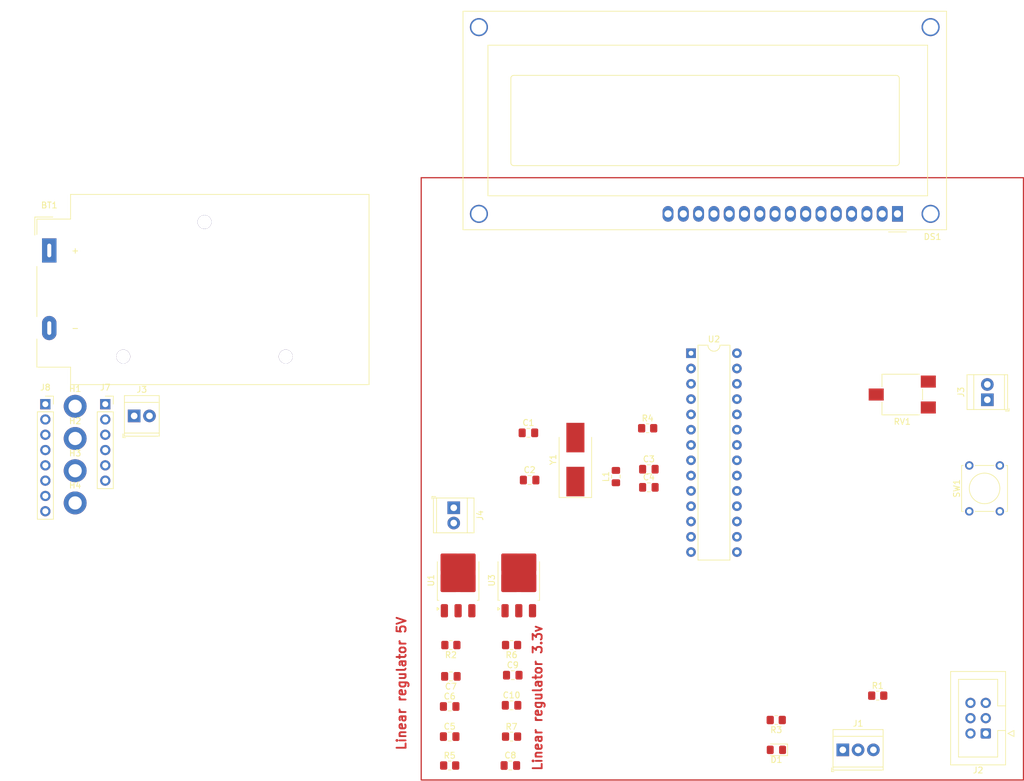
<source format=kicad_pcb>
(kicad_pcb (version 20240108) (generator "pcbnew") (generator_version "8.0")
  (layers (0 "F.Cu" signal) (31 "B.Cu" signal) (34 "B.Paste" user) (35 "F.Paste" user) (36 "B.SilkS" user "B.Silkscreen") (37 "F.SilkS" user "F.Silkscreen") (38 "B.Mask" user) (39 "F.Mask" user) (44 "Edge.Cuts" user))
  (net 0 "")
  (net 1 "GND")
  (net 2 "9V")
  (net 3 "XTAL1")
  (net 4 "XTAL2")
  (net 5 "5V")
  (net 6 "Net-(U2-AVCC)")
  (net 7 "Net-(U1-GND)")
  (net 8 "Net-(U3-GND)")
  (net 9 "3.3V")
  (net 10 "Net-(D1-A)")
  (net 11 "+3.3V")
  (net 12 "+5V")
  (net 13 "MISD")
  (net 14 "RESET")
  (net 15 "MOSI")
  (net 16 "SCK")
  (net 17 "SpeedoSignal")
  (net 18 "TXD")
  (net 19 "A5")
  (net 21 "MOS1")
  (net 22 "A1")
  (net 24 "A0")
  (net 25 "A4")
  (net 27 "A2")
  (net 28 "A3")
  (net 30 "D4")
  (net 31 "RXD")
  (net 32 "MISO")
  (net 33 "D7")
  (net 34 "D2")
  (net 35 "D5")
  (net 36 "D3")
  (net 40 "PD3{slash}PB1")
  (net 41 "PD2{slash}PB0")
  (net 45 "Net-(DS1-VO)")
  (net 46 "Net-(DS1-LED(+))")
  (footprint "Capacitor_SMD:C_0805_2012Metric_Pad1.18x1.45mm_HandSolder" (layer "F.Cu") (at 104.725 127.6)
    (property "Reference" "C6" (at 0 -1.68 0) (layer "F.SilkS"))
    (property "Value" "10uF")
    (fp_line (start -0.261252 -0.735) (end 0.261252 -0.735) (stroke (width 0.12)) (layer "F.SilkS"))
    (fp_line (start -0.261252 0.735) (end 0.261252 0.735) (stroke (width 0.12)) (layer "F.SilkS"))
    (pad "1" smd roundrect (at -1.0375 0) (size 1.175 1.45) (layers "F.Cu" "F.Paste" "F.Mask") (roundrect_rratio 0.212766) (net 7 "Net-(U1-GND)"))
    (pad "2" smd roundrect (at 1.0375 0) (size 1.175 1.45) (layers "F.Cu" "F.Paste" "F.Mask") (roundrect_rratio 0.212766) (net 1 "GND"))
  )
  (footprint "Package_TO_SOT_SMD:TO-252-3_TabPin2" (layer "F.Cu") (at 116.2 106.66 90)
    (property "Reference" "U3" (at 0 -4.5 90) (layer "F.SilkS"))
    (property "Value" "LM1117DT-3.3")
    (fp_line (start 3.11 -3.45) (end -3.31 -3.45) (stroke (width 0.12)) (layer "F.SilkS"))
    (fp_line (start -3.31 -3.45) (end -3.31 -3.18) (stroke (width 0.12)) (layer "F.SilkS"))
    (fp_line (start 3.11 3.45) (end -3.31 3.45) (stroke (width 0.12)) (layer "F.SilkS"))
    (fp_line (start -3.31 3.45) (end -3.31 3.18) (stroke (width 0.12)) (layer "F.SilkS"))
    (fp_poly (pts (xy -4.725 -3.16) (xy -4.965 -3.49) (xy -4.485 -3.49) (xy -4.725 -3.16)) (stroke (width 0.12)) (fill solid) (layer "F.SilkS"))
    (pad "1" smd roundrect (at -5.04 -2.28 90) (size 2.2 1.2) (layers "F.Cu" "F.Paste" "F.Mask") (roundrect_rratio 0.208333) (net 1 "GND"))
    (pad "2" smd roundrect (at -5.04 0 90) (size 2.2 1.2) (layers "F.Cu" "F.Paste" "F.Mask") (roundrect_rratio 0.208333) (net 9 "3.3V"))
    (pad "2" smd roundrect (at -0.415 -1.525 90) (size 3.05 2.75) (layers "F.Cu" "F.Paste") (roundrect_rratio 0.090909) (net 9 "3.3V"))
    (pad "2" smd roundrect (at -0.415 1.525 90) (size 3.05 2.75) (layers "F.Cu" "F.Paste") (roundrect_rratio 0.090909) (net 9 "3.3V"))
    (pad "2" smd roundrect (at 1.26 0 90) (size 6.4 5.8) (layers "F.Cu" "F.Mask") (roundrect_rratio 0.043103) (net 9 "3.3V"))
    (pad "2" smd roundrect (at 2.935 -1.525 90) (size 3.05 2.75) (layers "F.Cu" "F.Paste") (roundrect_rratio 0.090909) (net 9 "3.3V"))
    (pad "2" smd roundrect (at 2.935 1.525 90) (size 3.05 2.75) (layers "F.Cu" "F.Paste") (roundrect_rratio 0.090909) (net 9 "3.3V"))
    (pad "3" smd roundrect (at -5.04 2.28 90) (size 2.2 1.2) (layers "F.Cu" "F.Paste" "F.Mask") (roundrect_rratio 0.208333) (net 2 "9V"))
  )
  (footprint "Capacitor_SMD:C_0805_2012Metric_Pad1.18x1.45mm_HandSolder" (layer "F.Cu") (at 115.2 122.4)
    (property "Reference" "C9" (at 0 -1.68 0) (layer "F.SilkS"))
    (property "Value" "10uF")
    (fp_line (start -0.261252 -0.735) (end 0.261252 -0.735) (stroke (width 0.12)) (layer "F.SilkS"))
    (fp_line (start -0.261252 0.735) (end 0.261252 0.735) (stroke (width 0.12)) (layer "F.SilkS"))
    (pad "1" smd roundrect (at -1.0375 0) (size 1.175 1.45) (layers "F.Cu" "F.Paste" "F.Mask") (roundrect_rratio 0.212766) (net 8 "Net-(U3-GND)"))
    (pad "2" smd roundrect (at 1.0375 0) (size 1.175 1.45) (layers "F.Cu" "F.Paste" "F.Mask") (roundrect_rratio 0.212766) (net 1 "GND"))
  )
  (footprint "Resistor_SMD:R_0805_2012Metric_Pad1.20x1.40mm_HandSolder" (layer "F.Cu") (at 175.8 125.8)
    (property "Reference" "R1" (at 0 -1.65 0) (layer "F.SilkS"))
    (property "Value" "100k")
    (fp_line (start -0.227064 -0.735) (end 0.227064 -0.735) (stroke (width 0.12)) (layer "F.SilkS"))
    (fp_line (start -0.227064 0.735) (end 0.227064 0.735) (stroke (width 0.12)) (layer "F.SilkS"))
    (pad "1" smd roundrect (at -1 0) (size 1.2 1.4) (layers "F.Cu" "F.Paste" "F.Mask") (roundrect_rratio 0.208333) (net 12 "+5V"))
    (pad "2" smd roundrect (at 1 0) (size 1.2 1.4) (layers "F.Cu" "F.Paste" "F.Mask") (roundrect_rratio 0.208333) (net 14 "RESET"))
  )
  (footprint "TerminalBlock_TE-Connectivity:TerminalBlock_TE_282834-2_1x02_P2.54mm_Horizontal" (layer "F.Cu") (at 194 76.67 90)
    (property "Reference" "J3" (at 1.27 -4.37 90) (layer "F.SilkS"))
    (property "Value" "Screw_Terminal")
    (fp_line (start 4.16 -3.37) (end 4.16 3.37) (stroke (width 0.12)) (layer "F.SilkS"))
    (fp_line (start -1.62 -3.37) (end 4.16 -3.37) (stroke (width 0.12)) (layer "F.SilkS"))
    (fp_line (start -1.62 -3.37) (end -1.62 3.37) (stroke (width 0.12)) (layer "F.SilkS"))
    (fp_line (start -1.62 -2.25) (end 4.16 -2.25) (stroke (width 0.12)) (layer "F.SilkS"))
    (fp_line (start -1.62 2.85) (end 4.16 2.85) (stroke (width 0.12)) (layer "F.SilkS"))
    (fp_line (start -1.86 2.97) (end -1.86 3.61) (stroke (width 0.12)) (layer "F.SilkS"))
    (fp_line (start -1.62 3.37) (end 4.16 3.37) (stroke (width 0.12)) (layer "F.SilkS"))
    (fp_line (start -1.86 3.61) (end -1.46 3.61) (stroke (width 0.12)) (layer "F.SilkS"))
    (pad "1" thru_hole rect (at 0 0 90) (size 2.1 2.1) (drill 1.1) (layers "*.Cu" "*.Mask") (net 9 "3.3V"))
    (pad "2" thru_hole circle (at 2.54 0 90) (size 2.1 2.1) (drill 1.1) (layers "*.Cu" "*.Mask") (net 1 "GND"))
  )
  (footprint "Connector_IDC:IDC-Header_2x03_P2.54mm_Vertical" (layer "F.Cu") (at 193.74 132.08 180)
    (property "Reference" "J2" (at 1.27 -6.1 0) (layer "F.SilkS"))
    (property "Value" "AVR-ISP-6")
    (fp_line (start 5.83 10.29) (end -3.29 10.29) (stroke (width 0.12)) (layer "F.SilkS"))
    (fp_line (start 5.83 -5.21) (end 5.83 10.29) (stroke (width 0.12)) (layer "F.SilkS"))
    (fp_line (start 4.52 8.99) (end -1.98 8.99) (stroke (width 0.12)) (layer "F.SilkS"))
    (fp_line (start 4.52 -3.91) (end 4.52 8.99) (stroke (width 0.12)) (layer "F.SilkS"))
    (fp_line (start -1.98 8.99) (end -1.98 4.59) (stroke (width 0.12)) (layer "F.SilkS"))
    (fp_line (start -1.98 4.59) (end -1.98 4.59) (stroke (width 0.12)) (layer "F.SilkS"))
    (fp_line (start -1.98 4.59) (end -3.29 4.59) (stroke (width 0.12)) (layer "F.SilkS"))
    (fp_line (start -1.98 0.49) (end -1.98 -3.91) (stroke (width 0.12)) (layer "F.SilkS"))
    (fp_line (start -1.98 -3.91) (end 4.52 -3.91) (stroke (width 0.12)) (layer "F.SilkS"))
    (fp_line (start -3.29 10.29) (end -3.29 -5.21) (stroke (width 0.12)) (layer "F.SilkS"))
    (fp_line (start -3.29 0.49) (end -1.98 0.49) (stroke (width 0.12)) (layer "F.SilkS"))
    (fp_line (start -3.29 -5.21) (end 5.83 -5.21) (stroke (width 0.12)) (layer "F.SilkS"))
    (fp_line (start -3.68 0) (end -4.68 -0.5) (stroke (width 0.12)) (layer "F.SilkS"))
    (fp_line (start -4.68 0.5) (end -3.68 0) (stroke (width 0.12)) (layer "F.SilkS"))
    (fp_line (start -4.68 -0.5) (end -4.68 0.5) (stroke (width 0.12)) (layer "F.SilkS"))
    (pad "1" thru_hole roundrect (at 0 0 180) (size 1.7 1.7) (drill 1) (layers "*.Cu" "*.Mask") (roundrect_rratio 0.147059) (net 13 "MISD"))
    (pad "2" thru_hole circle (at 2.54 0 180) (size 1.7 1.7) (drill 1) (layers "*.Cu" "*.Mask") (net 12 "+5V"))
    (pad "3" thru_hole circle (at 0 2.54 180) (size 1.7 1.7) (drill 1) (layers "*.Cu" "*.Mask") (net 16 "SCK"))
    (pad "4" thru_hole circle (at 2.54 2.54 180) (size 1.7 1.7) (drill 1) (layers "*.Cu" "*.Mask") (net 15 "MOSI"))
    (pad "5" thru_hole circle (at 0 5.08 180) (size 1.7 1.7) (drill 1) (layers "*.Cu" "*.Mask") (net 14 "RESET"))
    (pad "6" thru_hole circle (at 2.54 5.08 180) (size 1.7 1.7) (drill 1) (layers "*.Cu" "*.Mask") (net 1 "GND"))
  )
  (footprint "Resistor_SMD:R_0805_2012Metric_Pad1.20x1.40mm_HandSolder" (layer "F.Cu") (at 115 132.6)
    (property "Reference" "R7" (at 0 -1.65 0) (layer "F.SilkS"))
    (property "Value" "1.64k")
    (fp_line (start -0.227064 -0.735) (end 0.227064 -0.735) (stroke (width 0.12)) (layer "F.SilkS"))
    (fp_line (start -0.227064 0.735) (end 0.227064 0.735) (stroke (width 0.12)) (layer "F.SilkS"))
    (pad "1" smd roundrect (at -1 0) (size 1.2 1.4) (layers "F.Cu" "F.Paste" "F.Mask") (roundrect_rratio 0.208333) (net 1 "GND"))
    (pad "2" smd roundrect (at 1 0) (size 1.2 1.4) (layers "F.Cu" "F.Paste" "F.Mask") (roundrect_rratio 0.208333) (net 1 "GND"))
  )
  (footprint "Resistor_SMD:R_0805_2012Metric_Pad1.20x1.40mm_HandSolder" (layer "F.Cu") (at 158.95 129.845 180)
    (property "Reference" "R3" (at 0 -1.65 0) (layer "F.SilkS"))
    (property "Value" "330")
    (fp_line (start -0.227064 0.735) (end 0.227064 0.735) (stroke (width 0.12)) (layer "F.SilkS"))
    (fp_line (start -0.227064 -0.735) (end 0.227064 -0.735) (stroke (width 0.12)) (layer "F.SilkS"))
    (pad "1" smd roundrect (at -1 0 180) (size 1.2 1.4) (layers "F.Cu" "F.Paste" "F.Mask") (roundrect_rratio 0.208333) (net 12 "+5V"))
    (pad "2" smd roundrect (at 1 0 180) (size 1.2 1.4) (layers "F.Cu" "F.Paste" "F.Mask") (roundrect_rratio 0.208333) (net 10 "Net-(D1-A)"))
  )
  (footprint "Capacitor_SMD:C_0805_2012Metric_Pad1.18x1.45mm_HandSolder" (layer "F.Cu") (at 137.8 88.2)
    (property "Reference" "C3" (at 0 -1.68 0) (layer "F.SilkS"))
    (property "Value" "0.1uF")
    (fp_line (start -0.261252 -0.735) (end 0.261252 -0.735) (stroke (width 0.12)) (layer "F.SilkS"))
    (fp_line (start -0.261252 0.735) (end 0.261252 0.735) (stroke (width 0.12)) (layer "F.SilkS"))
    (pad "1" smd roundrect (at -1.0375 0) (size 1.175 1.45) (layers "F.Cu" "F.Paste" "F.Mask") (roundrect_rratio 0.212766) (net 5 "5V"))
    (pad "2" smd roundrect (at 1.0375 0) (size 1.175 1.45) (layers "F.Cu" "F.Paste" "F.Mask") (roundrect_rratio 0.212766) (net 1 "GND"))
  )
  (footprint "Capacitor_SMD:C_0805_2012Metric_Pad1.18x1.45mm_HandSolder" (layer "F.Cu") (at 115 127.4)
    (property "Reference" "C10" (at 0 -1.68 0) (layer "F.SilkS"))
    (property "Value" "100uF")
    (fp_line (start -0.261252 -0.735) (end 0.261252 -0.735) (stroke (width 0.12)) (layer "F.SilkS"))
    (fp_line (start -0.261252 0.735) (end 0.261252 0.735) (stroke (width 0.12)) (layer "F.SilkS"))
    (pad "1" smd roundrect (at -1.0375 0) (size 1.175 1.45) (layers "F.Cu" "F.Paste" "F.Mask") (roundrect_rratio 0.212766) (net 9 "3.3V"))
    (pad "2" smd roundrect (at 1.0375 0) (size 1.175 1.45) (layers "F.Cu" "F.Paste" "F.Mask") (roundrect_rratio 0.212766) (net 1 "GND"))
  )
  (footprint "Capacitor_SMD:C_0805_2012Metric_Pad1.18x1.45mm_HandSolder" (layer "F.Cu") (at 104.725 132.6)
    (property "Reference" "C5" (at 0 -1.68 0) (layer "F.SilkS"))
    (property "Value" "10uF")
    (fp_line (start -0.261252 -0.735) (end 0.261252 -0.735) (stroke (width 0.12)) (layer "F.SilkS"))
    (fp_line (start -0.261252 0.735) (end 0.261252 0.735) (stroke (width 0.12)) (layer "F.SilkS"))
    (pad "1" smd roundrect (at -1.0375 0) (size 1.175 1.45) (layers "F.Cu" "F.Paste" "F.Mask") (roundrect_rratio 0.212766) (net 2 "9V"))
    (pad "2" smd roundrect (at 1.0375 0) (size 1.175 1.45) (layers "F.Cu" "F.Paste" "F.Mask") (roundrect_rratio 0.212766) (net 1 "GND"))
  )
  (footprint "TerminalBlock_TE-Connectivity:TerminalBlock_TE_282834-2_1x02_P2.54mm_Horizontal" (layer "F.Cu") (at 105.4 94.6 -90)
    (property "Reference" "J4" (at 1.27 -4.37 90) (layer "F.SilkS"))
    (property "Value" "Screw_Terminal")
    (fp_line (start -1.86 3.61) (end -1.46 3.61) (stroke (width 0.12)) (layer "F.SilkS"))
    (fp_line (start -1.62 3.37) (end 4.16 3.37) (stroke (width 0.12)) (layer "F.SilkS"))
    (fp_line (start -1.86 2.97) (end -1.86 3.61) (stroke (width 0.12)) (layer "F.SilkS"))
    (fp_line (start -1.62 2.85) (end 4.16 2.85) (stroke (width 0.12)) (layer "F.SilkS"))
    (fp_line (start -1.62 -2.25) (end 4.16 -2.25) (stroke (width 0.12)) (layer "F.SilkS"))
    (fp_line (start -1.62 -3.37) (end -1.62 3.37) (stroke (width 0.12)) (layer "F.SilkS"))
    (fp_line (start -1.62 -3.37) (end 4.16 -3.37) (stroke (width 0.12)) (layer "F.SilkS"))
    (fp_line (start 4.16 -3.37) (end 4.16 3.37) (stroke (width 0.12)) (layer "F.SilkS"))
    (pad "1" thru_hole rect (at 0 0 270) (size 2.1 2.1) (drill 1.1) (layers "*.Cu" "*.Mask") (net 2 "9V"))
    (pad "2" thru_hole circle (at 2.54 0 270) (size 2.1 2.1) (drill 1.1) (layers "*.Cu" "*.Mask") (net 1 "GND"))
  )
  (footprint "Inductor_SMD:L_0805_2012Metric_Pad1.15x1.40mm_HandSolder" (layer "F.Cu") (at 132.325 89.425 90)
    (property "Reference" "L1" (at 0 -1.65 90) (layer "F.SilkS"))
    (property "Value" "L")
    (fp_line (start -0.261252 -0.71) (end 0.261252 -0.71) (stroke (width 0.12)) (layer "F.SilkS"))
    (fp_line (start -0.261252 0.71) (end 0.261252 0.71) (stroke (width 0.12)) (layer "F.SilkS"))
    (pad "1" smd roundrect (at -1.025 0 90) (size 1.15 1.4) (layers "F.Cu" "F.Paste" "F.Mask") (roundrect_rratio 0.217391) (net 6 "Net-(U2-AVCC)"))
    (pad "2" smd roundrect (at 1.025 0 90) (size 1.15 1.4) (layers "F.Cu" "F.Paste" "F.Mask") (roundrect_rratio 0.217391) (net 5 "5V"))
  )
  (footprint "Package_TO_SOT_SMD:TO-252-3_TabPin2" (layer "F.Cu") (at 106.125 106.66 90)
    (property "Reference" "U1" (at 0 -4.5 90) (layer "F.SilkS"))
    (property "Value" "LM1117DT-5.0")
    (fp_line (start 3.11 -3.45) (end -3.31 -3.45) (stroke (width 0.12)) (layer "F.SilkS"))
    (fp_line (start -3.31 -3.45) (end -3.31 -3.18) (stroke (width 0.12)) (layer "F.SilkS"))
    (fp_line (start 3.11 3.45) (end -3.31 3.45) (stroke (width 0.12)) (layer "F.SilkS"))
    (fp_line (start -3.31 3.45) (end -3.31 3.18) (stroke (width 0.12)) (layer "F.SilkS"))
    (fp_poly (pts (xy -4.725 -3.16) (xy -4.965 -3.49) (xy -4.485 -3.49) (xy -4.725 -3.16)) (stroke (width 0.12)) (fill solid) (layer "F.SilkS"))
    (pad "1" smd roundrect (at -5.04 -2.28 90) (size 2.2 1.2) (layers "F.Cu" "F.Paste" "F.Mask") (roundrect_rratio 0.208333) (net 1 "GND"))
    (pad "2" smd roundrect (at -5.04 0 90) (size 2.2 1.2) (layers "F.Cu" "F.Paste" "F.Mask") (roundrect_rratio 0.208333) (net 5 "5V"))
    (pad "2" smd roundrect (at -0.415 -1.525 90) (size 3.05 2.75) (layers "F.Cu" "F.Paste") (roundrect_rratio 0.090909) (net 5 "5V"))
    (pad "2" smd roundrect (at -0.415 1.525 90) (size 3.05 2.75) (layers "F.Cu" "F.Paste") (roundrect_rratio 0.090909) (net 5 "5V"))
    (pad "2" smd roundrect (at 1.26 0 90) (size 6.4 5.8) (layers "F.Cu" "F.Mask") (roundrect_rratio 0.043103) (net 5 "5V"))
    (pad "2" smd roundrect (at 2.935 -1.525 90) (size 3.05 2.75) (layers "F.Cu" "F.Paste") (roundrect_rratio 0.090909) (net 5 "5V"))
    (pad "2" smd roundrect (at 2.935 1.525 90) (size 3.05 2.75) (layers "F.Cu" "F.Paste") (roundrect_rratio 0.090909) (net 5 "5V"))
    (pad "3" smd roundrect (at -5.04 2.28 90) (size 2.2 1.2) (layers "F.Cu" "F.Paste" "F.Mask") (roundrect_rratio 0.208333) (net 2 "9V"))
  )
  (footprint "MountingHole:MountingHole_2.2mm_M2_DIN965_Pad" (layer "F.Cu") (at 42.54 88.45)
    (property "Reference" "H3" (at 0 -2.9 0) (layer "F.SilkS"))
    (property "Value" "MountingHole")
    (pad "1" thru_hole circle (at 0 0) (size 3.8 3.8) (drill 2.2) (layers "*.Cu" "*.Mask"))
  )
  (footprint "Button_Switch_THT:SW_Tactile_Straight_KSL0Axx1LFTR" (layer "F.Cu") (at 191 95.2 90)
    (property "Reference" "SW1" (at 3.81 -2.08 90) (layer "F.SilkS"))
    (property "Value" "SW_Omron_B3FS")
    (fp_line (start 7.62 -1.27) (end 7.62 -0.97) (stroke (width 0.12)) (layer "F.SilkS"))
    (fp_line (start 0 -1.27) (end 7.62 -1.27) (stroke (width 0.12)) (layer "F.SilkS"))
    (fp_line (start 0 -1.27) (end 0 -0.97) (stroke (width 0.12)) (layer "F.SilkS"))
    (fp_line (start 7.62 0.97) (end 7.62 4.11) (stroke (width 0.12)) (layer "F.SilkS"))
    (fp_line (start 0 0.97) (end 0 4.11) (stroke (width 0.12)) (layer "F.SilkS"))
    (fp_line (start 7.62 6.05) (end 7.62 6.35) (stroke (width 0.12)) (layer "F.SilkS"))
    (fp_line (start 0 6.05) (end 0 6.35) (stroke (width 0.12)) (layer "F.SilkS"))
    (fp_line (start 7.62 6.35) (end 0 6.35) (stroke (width 0.12)) (layer "F.SilkS"))
    (fp_circle (center 3.81 2.54) (end 3.81 0) (stroke (width 0.12)) (fill none) (layer "F.SilkS"))
    (pad "1" thru_hole circle (at 0 0 90) (size 1.397 1.397) (drill 0.8128) (layers "*.Cu" "*.Mask") (net 1 "GND"))
    (pad "1" thru_hole circle (at 7.62 0 90) (size 1.397 1.397) (drill 0.8128) (layers "*.Cu" "*.Mask") (net 1 "GND"))
    (pad "2" thru_hole circle (at 0 5.08 90) (size 1.397 1.397) (drill 0.8128) (layers "*.Cu" "*.Mask") (net 14 "RESET"))
    (pad "2" thru_hole circle (at 7.62 5.08 90) (size 1.397 1.397) (drill 0.8128) (layers "*.Cu" "*.Mask") (net 14 "RESET"))
  )
  (footprint "Connector_PinSocket_2.54mm:PinSocket_1x08_P2.54mm_Vertical" (layer "F.Cu") (at 37.59 77.4)
    (property "Reference" "J8" (at 0 -2.77 0) (layer "F.SilkS"))
    (property "Value" "Conn_01x08_Socket")
    (fp_line (start -1.33 1.27) (end -1.33 19.11) (stroke (width 0.12)) (layer "F.SilkS"))
    (fp_line (start -1.33 1.27) (end 1.33 1.27) (stroke (width 0.12)) (layer "F.SilkS"))
    (fp_line (start -1.33 19.11) (end 1.33 19.11) (stroke (width 0.12)) (layer "F.SilkS"))
    (fp_line (start 0 -1.33) (end 1.33 -1.33) (stroke (width 0.12)) (layer "F.SilkS"))
    (fp_line (start 1.33 -1.33) (end 1.33 0) (stroke (width 0.12)) (layer "F.SilkS"))
    (fp_line (start 1.33 1.27) (end 1.33 19.11) (stroke (width 0.12)) (layer "F.SilkS"))
    (pad "1" thru_hole rect (at 0 0) (size 1.7 1.7) (drill 1) (layers "*.Cu" "*.Mask") (net 31 "RXD"))
    (pad "2" thru_hole oval (at 0 2.54) (size 1.7 1.7) (drill 1) (layers "*.Cu" "*.Mask") (net 18 "TXD"))
    (pad "3" thru_hole oval (at 0 5.08) (size 1.7 1.7) (drill 1) (layers "*.Cu" "*.Mask") (net 34 "D2"))
    (pad "4" thru_hole oval (at 0 7.62) (size 1.7 1.7) (drill 1) (layers "*.Cu" "*.Mask") (net 36 "D3"))
    (pad "5" thru_hole oval (at 0 10.16) (size 1.7 1.7) (drill 1) (layers "*.Cu" "*.Mask") (net 30 "D4"))
    (pad "6" thru_hole oval (at 0 12.7) (size 1.7 1.7) (drill 1) (layers "*.Cu" "*.Mask") (net 35 "D5"))
    (pad "7" thru_hole oval (at 0 15.24) (size 1.7 1.7) (drill 1) (layers "*.Cu" "*.Mask") (net 17 "SpeedoSignal"))
    (pad "8" thru_hole oval (at 0 17.78) (size 1.7 1.7) (drill 1) (layers "*.Cu" "*.Mask") (net 33 "D7"))
  )
  (footprint "LED_SMD:LED_0805_2012Metric_Pad1.15x1.40mm_HandSolder" (layer "F.Cu") (at 158.975 134.8 180)
    (property "Reference" "D1" (at 0 -1.65 0) (layer "F.SilkS"))
    (property "Value" "LED")
    (fp_line (start 1 -0.96) (end -1.86 -0.96) (stroke (width 0.12)) (layer "F.SilkS"))
    (fp_line (start -1.86 0.96) (end 1 0.96) (stroke (width 0.12)) (layer "F.SilkS"))
    (fp_line (start -1.86 -0.96) (end -1.86 0.96) (stroke (width 0.12)) (layer "F.SilkS"))
    (pad "1" smd roundrect (at -1.025 0 180) (size 1.15 1.4) (layers "F.Cu" "F.Paste" "F.Mask") (roundrect_rratio 0.217391) (net 1 "GND"))
    (pad "2" smd roundrect (at 1.025 0 180) (size 1.15 1.4) (layers "F.Cu" "F.Paste" "F.Mask") (roundrect_rratio 0.217391) (net 10 "Net-(D1-A)"))
  )
  (footprint "Resistor_SMD:R_0805_2012Metric_Pad1.20x1.40mm_HandSolder" (layer "F.Cu") (at 115 117.4 180)
    (property "Reference" "R6" (at 0 -1.65 0) (layer "F.SilkS"))
    (property "Value" "1K")
    (fp_line (start -0.227064 0.735) (end 0.227064 0.735) (stroke (width 0.12)) (layer "F.SilkS"))
    (fp_line (start -0.227064 -0.735) (end 0.227064 -0.735) (stroke (width 0.12)) (layer "F.SilkS"))
    (pad "1" smd roundrect (at -1 0 180) (size 1.2 1.4) (layers "F.Cu" "F.Paste" "F.Mask") (roundrect_rratio 0.208333) (net 9 "3.3V"))
    (pad "2" smd roundrect (at 1 0 180) (size 1.2 1.4) (layers "F.Cu" "F.Paste" "F.Mask") (roundrect_rratio 0.208333) (net 1 "GND"))
  )
  (footprint "MountingHole:MountingHole_2.2mm_M2_DIN965_Pad" (layer "F.Cu") (at 42.54 93.8)
    (property "Reference" "H4" (at 0 -2.9 0) (layer "F.SilkS"))
    (property "Value" "MountingHole")
    (pad "1" thru_hole circle (at 0 0) (size 3.8 3.8) (drill 2.2) (layers "*.Cu" "*.Mask"))
  )
  (footprint "MountingHole:MountingHole_2.2mm_M2_DIN965_Pad" (layer "F.Cu") (at 42.54 77.75)
    (property "Reference" "H1" (at 0 -2.9 0) (layer "F.SilkS"))
    (property "Value" "MountingHole")
    (pad "1" thru_hole circle (at 0 0) (size 3.8 3.8) (drill 2.2) (layers "*.Cu" "*.Mask"))
  )
  (footprint "Resistor_SMD:R_0805_2012Metric_Pad1.20x1.40mm_HandSolder" (layer "F.Cu") (at 104.725 137.4)
    (property "Reference" "R5" (at 0 -1.65 0) (layer "F.SilkS"))
    (property "Value" "3k")
    (fp_line (start -0.227064 -0.735) (end 0.227064 -0.735) (stroke (width 0.12)) (layer "F.SilkS"))
    (fp_line (start -0.227064 0.735) (end 0.227064 0.735) (stroke (width 0.12)) (layer "F.SilkS"))
    (pad "1" smd roundrect (at -1 0) (size 1.2 1.4) (layers "F.Cu" "F.Paste" "F.Mask") (roundrect_rratio 0.208333) (net 1 "GND"))
    (pad "2" smd roundrect (at 1 0) (size 1.2 1.4) (layers "F.Cu" "F.Paste" "F.Mask") (roundrect_rratio 0.208333) (net 1 "GND"))
  )
  (footprint "Display:WC1602A" (layer "F.Cu") (at 179.08 45.8 180)
    (property "Reference" "DS1" (at -5.82 -3.81 0) (layer "F.SilkS"))
    (property "Value" "WC1602A")
    (fp_line (start 72.14 33.64) (end 72.14 -2.64) (stroke (width 0.12)) (layer "F.SilkS"))
    (fp_line (start 72.14 -2.64) (end -7.34 -2.64) (stroke (width 0.12)) (layer "F.SilkS"))
    (fp_line (start 68 28) (end -5 28) (stroke (width 0.12)) (layer "F.SilkS"))
    (fp_line (start 68 3) (end 68 28) (stroke (width 0.12)) (layer "F.SilkS"))
    (fp_line (start 64.2 8.5) (end 64.2 22.5) (stroke (width 0.12)) (layer "F.SilkS"))
    (fp_line (start 63.70066 23) (end 0.2 23) (stroke (width 0.12)) (layer "F.SilkS"))
    (fp_line (start 0.2 8) (end 63.7 8) (stroke (width 0.12)) (layer "F.SilkS"))
    (fp_line (start -0.29972 22.49932) (end -0.29972 8.5) (stroke (width 0.12)) (layer "F.SilkS"))
    (fp_line (start -1.5 -3) (end 1.5 -3) (stroke (width 0.12)) (layer "F.SilkS"))
    (fp_line (start -5 28) (end -5 3) (stroke (width 0.12)) (layer "F.SilkS"))
    (fp_line (start -5 3) (end 68 3) (stroke (width 0.12)) (layer "F.SilkS"))
    (fp_line (start -8.13 -2.64) (end -7.34 -2.64) (stroke (width 0.12)) (layer "F.SilkS"))
    (fp_line (start -8.14 33.64) (end 72.14 33.64) (stroke (width 0.12)) (layer "F.SilkS"))
    (fp_line (start -8.14 -2.64) (end -8.14 33.64) (stroke (width 0.12)) (layer "F.SilkS"))
    (fp_arc (start 64.20104 22.49932) (mid 64.054473 22.853115) (end 63.70066 22.9997) (stroke (width 0.12)) (layer "F.SilkS"))
    (fp_arc (start 63.7 8) (mid 64.053553 8.146447) (end 64.2 8.5) (stroke (width 0.12)) (layer "F.SilkS"))
    (fp_arc (start 0.20066 22.9997) (mid -0.153162 22.853142) (end -0.29972 22.49932) (stroke (width 0.12)) (layer "F.SilkS"))
    (fp_arc (start -0.29972 8.49884) (mid -0.153162 8.145018) (end 0.20066 7.99846) (stroke (width 0.12)) (layer "F.SilkS"))
    (pad "" thru_hole circle (at -5.4991 0 180) (size 3 3) (drill 2.5) (layers "*.Cu" "*.Mask"))
    (pad "" thru_hole circle (at -5.4991 31.0007 180) (size 3 3) (drill 2.5) (layers "*.Cu" "*.Mask"))
    (pad "" thru_hole circle (at 69.49948 31.0007 180) (size 3 3) (drill 2.5) (layers "*.Cu" "*.Mask"))
    (pad "" thru_hole circle (at 69.5 0 180) (size 3 3) (drill 2.5) (layers "*.Cu" "*.Mask"))
    (pad "1" thru_hole rect (at 0 0 180) (size 1.8 2.6) (drill 1.2) (layers "*.Cu" "*.Mask") (net 1 "GND"))
    (pad "2" thru_hole oval (at 2.54 0 180) (size 1.8 2.6) (drill 1.2) (layers "*.Cu" "*.Mask") (net 5 "5V"))
    (pad "3" thru_hole oval (at 5.08 0 180) (size 1.8 2.6) (drill 1.2) (layers "*.Cu" "*.Mask") (net 45 "Net-(DS1-VO)"))
    (pad "4" thru_hole oval (at 7.62 0 180) (size 1.8 2.6) (drill 1.2) (layers "*.Cu" "*.Mask") (net 41 "PD2{slash}PB0"))
    (pad "5" thru_hole oval (at 10.16 0 180) (size 1.8 2.6) (drill 1.2) (layers "*.Cu" "*.Mask") (net 1 "GND"))
    (pad "6" thru_hole oval (at 12.7 0 180) (size 1.8 2.6) (drill 1.2) (layers "*.Cu" "*.Mask") (net 40 "PD3{slash}PB1"))
    (pad "7" thru_hole oval (at 15.24 0 180) (size 1.8 2.6) (drill 1.2) (layers "*.Cu" "*.Mask"))
    (pad "8" thru_hole oval (at 17.78 0 180) (size 1.8 2.6) (drill 1.2) (layers "*.Cu" "*.Mask"))
    (pad "9" thru_hole oval (at 20.32 0 180) (size 1.8 2.6) (drill 1.2) (layers "*.Cu" "*.Mask"))
    (pad "10" thru_hole oval (at 22.86 0 180) (size 1.8 2.6) (drill 1.2) (layers "*.Cu" "*.Mask"))
    (pad "11" thru_hole oval (at 25.4 0 180) (size 1.8 2.6) (drill 1.2) (layers "*.Cu" "*.Mask"))
    (pad "12" thru_hole oval (at 27.94 0 180) (size 1.8 2.6) (drill 1.2) (layers "*.Cu" "*.Mask"))
    (pad "13" thru_hole oval (at 30.48 0 180) (size 1.8 2.6) (drill 1.2) (layers "*.Cu" "*.Mask"))
    (pad "14" thru_hole oval (at 33.02 0 180) (size 1.8 2.6) (drill 1.2) (layers "*.Cu" "*.Mask"))
    (pad "15" thru_hole oval (at 35.56 0 180) (size 1.8 2.6) (drill 1.2) (layers "*.Cu" "*.Mask") (net 46 "Net-(DS1-LED(+))"))
    (pad "16" thru_hole oval (at 38.1 0 180) (size 1.8 2.6) (drill 1.2) (layers "*.Cu" "*.Mask") (net 1 "GND"))
  )
  (footprint "Connector_PinSocket_2.54mm:PinSocket_1x06_P2.54mm_Vertical" (layer "F.Cu") (at 47.54 77.4)
    (property "Reference" "J7" (at 0 -2.77 0) (layer "F.SilkS"))
    (property "Value" "Conn_01x06_Socket")
    (fp_line (start -1.33 1.27) (end -1.33 14.03) (stroke (width 0.12)) (layer "F.SilkS"))
    (fp_line (start -1.33 1.27) (end 1.33 1.27) (stroke (width 0.12)) (layer "F.SilkS"))
    (fp_line (start -1.33 14.03) (end 1.33 14.03) (stroke (width 0.12)) (layer "F.SilkS"))
    (fp_line (start 0 -1.33) (end 1.33 -1.33) (stroke (width 0.12)) (layer "F.SilkS"))
    (fp_line (start 1.33 -1.33) (end 1.33 0) (stroke (width 0.12)) (layer "F.SilkS"))
    (fp_line (start 1.33 1.27) (end 1.33 14.03) (stroke (width 0.12)) (layer "F.SilkS"))
    (pad "1" thru_hole rect (at 0 0) (size 1.7 1.7) (drill 1) (layers "*.Cu" "*.Mask") (net 24 "A0"))
    (pad "2" thru_hole oval (at 0 2.54) (size 1.7 1.7) (drill 1) (layers "*.Cu" "*.Mask") (net 22 "A1"))
    (pad "3" thru_hole oval (at 0 5.08) (size 1.7 1.7) (drill 1) (layers "*.Cu" "*.Mask") (net 27 "A2"))
    (pad "4" thru_hole oval (at 0 7.62) (size 1.7 1.7) (drill 1) (layers "*.Cu" "*.Mask") (net 28 "A3"))
    (pad "5" thru_hole oval (at 0 10.16) (size 1.7 1.7) (drill 1) (layers "*.Cu" "*.Mask") (net 25 "A4"))
    (pad "6" thru_hole oval (at 0 12.7) (size 1.7 1.7) (drill 1) (layers "*.Cu" "*.Mask") (net 19 "A5"))
  )
  (footprint "TerminalBlock_TE-Connectivity:TerminalBlock_TE_282834-3_1x03_P2.54mm_Horizontal" (layer "F.Cu") (at 170 134.8)
    (property "Reference" "J1" (at 2.54 -4.37 0) (layer "F.SilkS"))
    (property "Value" "Screw_Terminal_01x03")
    (fp_line (start -1.86 2.97) (end -1.86 3.61) (stroke (width 0.12)) (layer "F.SilkS"))
    (fp_line (start -1.86 3.61) (end -1.46 3.61) (stroke (width 0.12)) (layer "F.SilkS"))
    (fp_line (start -1.62 -3.37) (end -1.62 3.37) (stroke (width 0.12)) (layer "F.SilkS"))
    (fp_line (start -1.62 -3.37) (end 6.7 -3.37) (stroke (width 0.12)) (layer "F.SilkS"))
    (fp_line (start -1.62 -2.25) (end 6.7 -2.25) (stroke (width 0.12)) (layer "F.SilkS"))
    (fp_line (start -1.62 2.85) (end 6.7 2.85) (stroke (width 0.12)) (layer "F.SilkS"))
    (fp_line (start -1.62 3.37) (end 6.7 3.37) (stroke (width 0.12)) (layer "F.SilkS"))
    (fp_line (start 6.7 -3.37) (end 6.7 3.37) (stroke (width 0.12)) (layer "F.SilkS"))
    (pad "1" thru_hole rect (at 0 0) (size 2.1 2.1) (drill 1.1) (layers "*.Cu" "*.Mask") (net 1 "GND"))
    (pad "2" thru_hole circle (at 2.54 0) (size 2.1 2.1) (drill 1.1) (layers "*.Cu" "*.Mask") (net 11 "+3.3V"))
    (pad "3" thru_hole circle (at 5.08 0) (size 2.1 2.1) (drill 1.1) (layers "*.Cu" "*.Mask") (net 12 "+5V"))
  )
  (footprint "Crystal:Crystal_SMD_7050-2Pin_7.0x5.0mm_HandSoldering" (layer "F.Cu") (at 125.6 86.6 90)
    (property "Reference" "Y1" (at 0 -3.7 90) (layer "F.SilkS"))
    (property "Value" "Crystal")
    (fp_line (start 3.7 -2.7) (end -6.3 -2.7) (stroke (width 0.12)) (layer "F.SilkS"))
    (fp_line (start -6.3 -2.7) (end -6.3 2.7) (stroke (width 0.12)) (layer "F.SilkS"))
    (fp_line (start -6.3 2.7) (end 3.7 2.7) (stroke (width 0.12)) (layer "F.SilkS"))
    (pad "1" smd rect (at -3.65 0 90) (size 4.9 3) (layers "F.Cu" "F.Paste" "F.Mask") (net 4 "XTAL2"))
    (pad "2" smd rect (at 3.65 0 90) (size 4.9 3) (layers "F.Cu" "F.Paste" "F.Mask") (net 3 "XTAL1"))
  )
  (footprint "Resistor_SMD:R_0805_2012Metric_Pad1.20x1.40mm_HandSolder" (layer "F.Cu") (at 104.925 117.4 180)
    (property "Reference" "R2" (at 0 -1.65 0) (layer "F.SilkS"))
    (property "Value" "1k")
    (fp_line (start -0.227064 0.735) (end 0.227064 0.735) (stroke (width 0.12)) (layer "F.SilkS"))
    (fp_line (start -0.227064 -0.735) (end 0.227064 -0.735) (stroke (width 0.12)) (layer "F.SilkS"))
    (pad "1" smd roundrect (at -1 0 180) (size 1.2 1.4) (layers "F.Cu" "F.Paste" "F.Mask") (roundrect_rratio 0.208333) (net 5 "5V"))
    (pad "2" smd roundrect (at 1 0 180) (size 1.2 1.4) (layers "F.Cu" "F.Paste" "F.Mask") (roundrect_rratio 0.208333) (net 1 "GND"))
  )
  (footprint "Capacitor_SMD:C_0805_2012Metric_Pad1.18x1.45mm_HandSolder" (layer "F.Cu") (at 137.8 91.21)
    (property "Reference" "C4" (at 0 -1.68 0) (layer "F.SilkS"))
    (property "Value" "0.1uF")
    (fp_line (start -0.261252 -0.735) (end 0.261252 -0.735) (stroke (width 0.12)) (layer "F.SilkS"))
    (fp_line (start -0.261252 0.735) (end 0.261252 0.735) (stroke (width 0.12)) (layer "F.SilkS"))
    (pad "1" smd roundrect (at -1.0375 0) (size 1.175 1.45) (layers "F.Cu" "F.Paste" "F.Mask") (roundrect_rratio 0.212766) (net 6 "Net-(U2-AVCC)"))
    (pad "2" smd roundrect (at 1.0375 0) (size 1.175 1.45) (layers "F.Cu" "F.Paste" "F.Mask") (roundrect_rratio 0.212766) (net 1 "GND"))
  )
  (footprint "TerminalBlock_TE-Connectivity:TerminalBlock_TE_282834-2_1x02_P2.54mm_Horizontal" (layer "F.Cu") (at 52.34 79.35)
    (property "Reference" "J3" (at 1.27 -4.37 0) (layer "F.SilkS"))
    (property "Value" "Screw_Terminal")
    (fp_line (start -1.86 2.97) (end -1.86 3.61) (stroke (width 0.12)) (layer "F.SilkS"))
    (fp_line (start -1.86 3.61) (end -1.46 3.61) (stroke (width 0.12)) (layer "F.SilkS"))
    (fp_line (start -1.62 -3.37) (end -1.62 3.37) (stroke (width 0.12)) (layer "F.SilkS"))
    (fp_line (start -1.62 -3.37) (end 4.16 -3.37) (stroke (width 0.12)) (layer "F.SilkS"))
    (fp_line (start -1.62 -2.25) (end 4.16 -2.25) (stroke (width 0.12)) (layer "F.SilkS"))
    (fp_line (start -1.62 2.85) (end 4.16 2.85) (stroke (width 0.12)) (layer "F.SilkS"))
    (fp_line (start -1.62 3.37) (end 4.16 3.37) (stroke (width 0.12)) (layer "F.SilkS"))
    (fp_line (start 4.16 -3.37) (end 4.16 3.37) (stroke (width 0.12)) (layer "F.SilkS"))
    (pad "1" thru_hole rect (at 0 0) (size 2.1 2.1) (drill 1.1) (layers "*.Cu" "*.Mask") (net 5 "5V"))
    (pad "2" thru_hole circle (at 2.54 0) (size 2.1 2.1) (drill 1.1) (layers "*.Cu" "*.Mask") (net 17 "SpeedoSignal"))
  )
  (footprint "Capacitor_SMD:C_0805_2012Metric_Pad1.18x1.45mm_HandSolder" (layer "F.Cu") (at 117.8 82.1625)
    (property "Reference" "C1" (at 0 -1.68 0) (layer "F.SilkS"))
    (property "Value" "27pF")
    (fp_line (start -0.261252 -0.735) (end 0.261252 -0.735) (stroke (width 0.12)) (layer "F.SilkS"))
    (fp_line (start -0.261252 0.735) (end 0.261252 0.735) (stroke (width 0.12)) (layer "F.SilkS"))
    (pad "1" smd roundrect (at -1.0375 0) (size 1.175 1.45) (layers "F.Cu" "F.Paste" "F.Mask") (roundrect_rratio 0.212766) (net 1 "GND"))
    (pad "2" smd roundrect (at 1.0375 0) (size 1.175 1.45) (layers "F.Cu" "F.Paste" "F.Mask") (roundrect_rratio 0.212766) (net 3 "XTAL1"))
  )
  (footprint "Capacitor_SMD:C_0805_2012Metric_Pad1.18x1.45mm_HandSolder" (layer "F.Cu") (at 114.8 137.4)
    (property "Reference" "C8" (at 0 -1.68 0) (layer "F.SilkS"))
    (property "Value" "10uF")
    (fp_line (start -0.261252 -0.735) (end 0.261252 -0.735) (stroke (width 0.12)) (layer "F.SilkS"))
    (fp_line (start -0.261252 0.735) (end 0.261252 0.735) (stroke (width 0.12)) (layer "F.SilkS"))
    (pad "1" smd roundrect (at -1.0375 0) (size 1.175 1.45) (layers "F.Cu" "F.Paste" "F.Mask") (roundrect_rratio 0.212766) (net 2 "9V"))
    (pad "2" smd roundrect (at 1.0375 0) (size 1.175 1.45) (layers "F.Cu" "F.Paste" "F.Mask") (roundrect_rratio 0.212766) (net 1 "GND"))
  )
  (footprint "Package_DIP:DIP-28_W7.62mm" (layer "F.Cu") (at 144.8 68.94)
    (property "Reference" "U2" (at 3.81 -2.33 0) (layer "F.SilkS"))
    (property "Value" "ATmega328P-P")
    (fp_line (start 1.16 -1.33) (end 1.16 34.35) (stroke (width 0.12)) (layer "F.SilkS"))
    (fp_line (start 1.16 34.35) (end 6.46 34.35) (stroke (width 0.12)) (layer "F.SilkS"))
    (fp_line (start 2.81 -1.33) (end 1.16 -1.33) (stroke (width 0.12)) (layer "F.SilkS"))
    (fp_line (start 6.46 -1.33) (end 4.81 -1.33) (stroke (width 0.12)) (layer "F.SilkS"))
    (fp_line (start 6.46 34.35) (end 6.46 -1.33) (stroke (width 0.12)) (layer "F.SilkS"))
    (fp_arc (start 4.81 -1.33) (mid 3.81 -0.33) (end 2.81 -1.33) (stroke (width 0.12)) (layer "F.SilkS"))
    (pad "1" thru_hole rect (at 0 0) (size 1.6 1.6) (drill 0.8) (layers "*.Cu" "*.Mask") (net 14 "RESET"))
    (pad "2" thru_hole oval (at 0 2.54) (size 1.6 1.6) (drill 0.8) (layers "*.Cu" "*.Mask") (net 31 "RXD"))
    (pad "3" thru_hole oval (at 0 5.08) (size 1.6 1.6) (drill 0.8) (layers "*.Cu" "*.Mask") (net 18 "TXD"))
    (pad "4" thru_hole oval (at 0 7.62) (size 1.6 1.6) (drill 0.8) (layers "*.Cu" "*.Mask") (net 34 "D2"))
    (pad "5" thru_hole oval (at 0 10.16) (size 1.6 1.6) (drill 0.8) (layers "*.Cu" "*.Mask") (net 36 "D3"))
    (pad "6" thru_hole oval (at 0 12.7) (size 1.6 1.6) (drill 0.8) (layers "*.Cu" "*.Mask") (net 30 "D4"))
    (pad "7" thru_hole oval (at 0 15.24) (size 1.6 1.6) (drill 0.8) (layers "*.Cu" "*.Mask") (net 5 "5V"))
    (pad "8" thru_hole oval (at 0 17.78) (size 1.6 1.6) (drill 0.8) (layers "*.Cu" "*.Mask") (net 1 "GND"))
    (pad "9" thru_hole oval (at 0 20.32) (size 1.6 1.6) (drill 0.8) (layers "*.Cu" "*.Mask") (net 3 "XTAL1"))
    (pad "10" thru_hole oval (at 0 22.86) (size 1.6 1.6) (drill 0.8) (layers "*.Cu" "*.Mask") (net 4 "XTAL2"))
    (pad "11" thru_hole oval (at 0 25.4) (size 1.6 1.6) (drill 0.8) (layers "*.Cu" "*.Mask") (net 35 "D5"))
    (pad "12" thru_hole oval (at 0 27.94) (size 1.6 1.6) (drill 0.8) (layers "*.Cu" "*.Mask") (net 17 "SpeedoSignal"))
    (pad "13" thru_hole oval (at 0 30.48) (size 1.6 1.6) (drill 0.8) (layers "*.Cu" "*.Mask") (net 33 "D7"))
    (pad "14" thru_hole oval (at 0 33.02) (size 1.6 1.6) (drill 0.8) (layers "*.Cu" "*.Mask"))
    (pad "15" thru_hole oval (at 7.62 33.02) (size 1.6 1.6) (drill 0.8) (layers "*.Cu" "*.Mask"))
    (pad "16" thru_hole oval (at 7.62 30.48) (size 1.6 1.6) (drill 0.8) (layers "*.Cu" "*.Mask"))
    (pad "17" thru_hole oval (at 7.62 27.94) (size 1.6 1.6) (drill 0.8) (layers "*.Cu" "*.Mask") (net 21 "MOS1"))
    (pad "18" thru_hole oval (at 7.62 25.4) (size 1.6 1.6) (drill 0.8) (layers "*.Cu" "*.Mask") (net 32 "MISO"))
    (pad "19" thru_hole oval (at 7.62 22.86) (size 1.6 1.6) (drill 0.8) (layers "*.Cu" "*.Mask") (net 16 "SCK"))
    (pad "20" thru_hole oval (at 7.62 20.32) (size 1.6 1.6) (drill 0.8) (layers "*.Cu" "*.Mask") (net 6 "Net-(U2-AVCC)"))
    (pad "21" thru_hole oval (at 7.62 17.78) (size 1.6 1.6) (drill 0.8) (layers "*.Cu" "*.Mask"))
    (pad "22" thru_hole oval (at 7.62 15.24) (size 1.6 1.6) (drill 0.8) (layers "*.Cu" "*.Mask") (net 1 "GND"))
    (pad "23" thru_hole oval (at 7.62 12.7) (size 1.6 1.6) (drill 0.8) (layers "*.Cu" "*.Mask") (net 24 "A0"))
    (pad "24" thru_hole oval (at 7.62 10.16) (size 1.6 1.6) (drill 0.8) (layers "*.Cu" "*.Mask") (net 22 "A1"))
    (pad "25" thru_hole oval (at 7.62 7.62) (size 1.6 1.6) (drill 0.8) (layers "*.Cu" "*.Mask") (net 27 "A2"))
    (pad "26" thru_hole oval (at 7.62 5.08) (size 1.6 1.6) (drill 0.8) (layers "*.Cu" "*.Mask") (net 28 "A3"))
    (pad "27" thru_hole oval (at 7.62 2.54) (size 1.6 1.6) (drill 0.8) (layers "*.Cu" "*.Mask") (net 25 "A4"))
    (pad "28" thru_hole oval (at 7.62 0) (size 1.6 1.6) (drill 0.8) (layers "*.Cu" "*.Mask") (net 19 "A5"))
  )
  (footprint "MountingHole:MountingHole_2.2mm_M2_DIN965_Pad" (layer "F.Cu") (at 42.54 83.1)
    (property "Reference" "H2" (at 0 -2.9 0) (layer "F.SilkS"))
    (property "Value" "MountingHole")
    (pad "1" thru_hole circle (at 0 0) (size 3.8 3.8) (drill 2.2) (layers "*.Cu" "*.Mask"))
  )
  (footprint "Resistor_SMD:R_0805_2012Metric_Pad1.20x1.40mm_HandSolder" (layer "F.Cu") (at 137.6 81.4)
    (property "Reference" "R4" (at 0 -1.65 0) (layer "F.SilkS"))
    (property "Value" "220ohm")
    (fp_line (start -0.227064 -0.735) (end 0.227064 -0.735) (stroke (width 0.12)) (layer "F.SilkS"))
    (fp_line (start -0.227064 0.735) (end 0.227064 0.735) (stroke (width 0.12)) (layer "F.SilkS"))
    (pad "1" smd roundrect (at -1 0) (size 1.2 1.4) (layers "F.Cu" "F.Paste" "F.Mask") (roundrect_rratio 0.208333) (net 46 "Net-(DS1-LED(+))"))
    (pad "2" smd roundrect (at 1 0) (size 1.2 1.4) (layers "F.Cu" "F.Paste" "F.Mask") (roundrect_rratio 0.208333) (net 5 "5V"))
  )
  (footprint "Potentiometer_SMD:Potentiometer_ACP_CA6-VSMD_Vertical_Hole" (layer "F.Cu") (at 179.875 75.8 180)
    (property "Reference" "RV1" (at 0 -4.5 0) (layer "F.SilkS"))
    (property "Value" "R_Potentiometer")
    (fp_line (start 3.37 1.24) (end 3.37 3.37) (stroke (width 0.12)) (layer "F.SilkS"))
    (fp_line (start 3.37 -3.371) (end 3.37 -1.24) (stroke (width 0.12)) (layer "F.SilkS"))
    (fp_line (start -2.834 3.37) (end 3.37 3.37) (stroke (width 0.12)) (layer "F.SilkS"))
    (fp_line (start -2.834 -3.371) (end 3.37 -3.371) (stroke (width 0.12)) (layer "F.SilkS"))
    (fp_line (start -3.37 -0.909) (end -3.37 0.91) (stroke (width 0.12)) (layer "F.SilkS"))
    (pad "" np_thru_hole circle (at 0.275 0 180) (size 2.5 2.5) (drill 2.5) (layers "*.Cu" "*.Mask"))
    (pad "1" smd rect (at -4.325 2.15 180) (size 2.5 2) (layers "F.Cu" "F.Paste" "F.Mask") (net 1 "GND"))
    (pad "2" smd rect (at 4.325 0 180) (size 2.5 2) (layers "F.Cu" "F.Paste" "F.Mask") (net 45 "Net-(DS1-VO)"))
    (pad "3" smd rect (at -4.325 -2.15 180) (size 2.5 2) (layers "F.Cu" "F.Paste" "F.Mask") (net 5 "5V"))
  )
  (footprint "Capacitor_SMD:C_0805_2012Metric_Pad1.18x1.45mm_HandSolder" (layer "F.Cu") (at 118 90)
    (property "Reference" "C2" (at 0 -1.68 0) (layer "F.SilkS"))
    (property "Value" "27pF")
    (fp_line (start -0.261252 -0.735) (end 0.261252 -0.735) (stroke (width 0.12)) (layer "F.SilkS"))
    (fp_line (start -0.261252 0.735) (end 0.261252 0.735) (stroke (width 0.12)) (layer "F.SilkS"))
    (pad "1" smd roundrect (at -1.0375 0) (size 1.175 1.45) (layers "F.Cu" "F.Paste" "F.Mask") (roundrect_rratio 0.212766) (net 1 "GND"))
    (pad "2" smd roundrect (at 1.0375 0) (size 1.175 1.45) (layers "F.Cu" "F.Paste" "F.Mask") (roundrect_rratio 0.212766) (net 4 "XTAL2"))
  )
  (footprint "Capacitor_SMD:C_0805_2012Metric_Pad1.18x1.45mm_HandSolder" (layer "F.Cu") (at 104.925 122.6 180)
    (property "Reference" "C7" (at 0 -1.68 0) (layer "F.SilkS"))
    (property "Value" "100uF")
    (fp_line (start -0.261252 0.735) (end 0.261252 0.735) (stroke (width 0.12)) (layer "F.SilkS"))
    (fp_line (start -0.261252 -0.735) (end 0.261252 -0.735) (stroke (width 0.12)) (layer "F.SilkS"))
    (pad "1" smd roundrect (at -1.0375 0 180) (size 1.175 1.45) (layers "F.Cu" "F.Paste" "F.Mask") (roundrect_rratio 0.212766) (net 5 "5V"))
    (pad "2" smd roundrect (at 1.0375 0 180) (size 1.175 1.45) (layers "F.Cu" "F.Paste" "F.Mask") (roundrect_rratio 0.212766) (net 1 "GND"))
  )
  (footprint "Battery:BatteryHolder_MPD_BA9VPC_1xPP3" (layer "F.Cu") (at 38.24 51.88)
    (property "Reference" "BT1" (at 0 -7.5 0) (layer "F.SilkS"))
    (property "Value" "Battery_Cell")
    (fp_line (start -2.4 -5.55) (end -2.4 -2.55) (stroke (width 0.12)) (layer "F.SilkS"))
    (fp_line (start -2.4 -5.55) (end 0.6 -5.55) (stroke (width 0.12)) (layer "F.SilkS"))
    (fp_line (start -2.06 -5.21) (end -2.06 -2.65) (stroke (width 0.12)) (layer "F.SilkS"))
    (fp_line (start -2.06 2.65) (end -2.06 11) (stroke (width 0.12)) (layer "F.SilkS"))
    (fp_line (start -2.06 19.38) (end -2.06 14.7) (stroke (width 0.12)) (layer "F.SilkS"))
    (fp_line (start 3.54 -9.31) (end 3.54 -5.21) (stroke (width 0.12)) (layer "F.SilkS"))
    (fp_line (start 3.54 -5.21) (end -2.06 -5.21) (stroke (width 0.12)) (layer "F.SilkS"))
    (fp_line (start 3.54 19.38) (end -2.06 19.38) (stroke (width 0.12)) (layer "F.SilkS"))
    (fp_line (start 3.54 22.28) (end 3.54 19.38) (stroke (width 0.12)) (layer "F.SilkS"))
    (fp_line (start 53.1 -9.31) (end 3.54 -9.31) (stroke (width 0.12)) (layer "F.SilkS"))
    (fp_line (start 53.1 22.28) (end 3.54 22.28) (stroke (width 0.12)) (layer "F.SilkS"))
    (fp_line (start 53.1 22.28) (end 53.1 -9.31) (stroke (width 0.12)) (layer "F.SilkS"))
    (fp_text user "-" (at 3.6 12.88 0) (layer "F.SilkS") (effects (justify left)))
    (fp_text user "+" (at 3.6 0 0) (layer "F.SilkS") (effects (justify left)))
    (pad "" np_thru_hole circle (at 12.29 17.62) (size 2.3 2.3) (drill 2.29) (layers "*.Cu" "*.Mask"))
    (pad "" np_thru_hole circle (at 25.78 -4.73) (size 2.3 2.3) (drill 2.29) (layers "*.Cu" "*.Mask"))
    (pad "" np_thru_hole circle (at 39.26 17.62) (size 2.3 2.3) (drill 2.29) (layers "*.Cu" "*.Mask"))
    (pad "1" thru_hole rect (at 0 0) (size 2.41 4.02) (drill oval 0.66 2.27) (layers "*.Cu" "*.Mask") (net 2 "9V"))
    (pad "2" thru_hole oval (at 0 12.88) (size 2.41 4.02) (drill oval 0.66 2.27) (layers "*.Cu" "*.Mask") (net 1 "GND"))
  )
  (gr_rect (start 100 39.8) (end 200 139.8) (stroke (width 0.2)) (fill none) (layer "F.Cu") (net 40))
  (gr_text "Linear regulator 3.3v\n" (at 120.2 138.4 90) (layer "F.Cu") (effects (font (size 1.5 1.5) (thickness 0.3) (bold yes)) (justify left bottom)))
  (gr_text "Linear regulator 5V" (at 97.6 135 90) (layer "F.Cu") (effects (font (size 1.5 1.5) (thickness 0.3) (bold yes)) (justify left bottom)))
)
</source>
